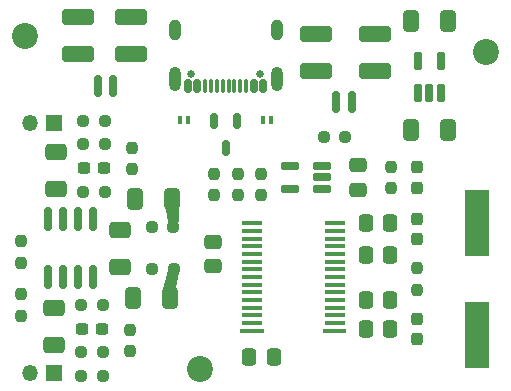
<source format=gts>
%TF.GenerationSoftware,KiCad,Pcbnew,8.0.4*%
%TF.CreationDate,2024-10-06T13:03:41-05:00*%
%TF.ProjectId,BinauralMic,42696e61-7572-4616-9c4d-69632e6b6963,rev?*%
%TF.SameCoordinates,Original*%
%TF.FileFunction,Soldermask,Top*%
%TF.FilePolarity,Negative*%
%FSLAX46Y46*%
G04 Gerber Fmt 4.6, Leading zero omitted, Abs format (unit mm)*
G04 Created by KiCad (PCBNEW 8.0.4) date 2024-10-06 13:03:41*
%MOMM*%
%LPD*%
G01*
G04 APERTURE LIST*
G04 Aperture macros list*
%AMRoundRect*
0 Rectangle with rounded corners*
0 $1 Rounding radius*
0 $2 $3 $4 $5 $6 $7 $8 $9 X,Y pos of 4 corners*
0 Add a 4 corners polygon primitive as box body*
4,1,4,$2,$3,$4,$5,$6,$7,$8,$9,$2,$3,0*
0 Add four circle primitives for the rounded corners*
1,1,$1+$1,$2,$3*
1,1,$1+$1,$4,$5*
1,1,$1+$1,$6,$7*
1,1,$1+$1,$8,$9*
0 Add four rect primitives between the rounded corners*
20,1,$1+$1,$2,$3,$4,$5,0*
20,1,$1+$1,$4,$5,$6,$7,0*
20,1,$1+$1,$6,$7,$8,$9,0*
20,1,$1+$1,$8,$9,$2,$3,0*%
G04 Aperture macros list end*
%ADD10R,1.350000X1.350000*%
%ADD11O,1.350000X1.350000*%
%ADD12C,2.200000*%
%ADD13R,2.100000X5.600000*%
%ADD14RoundRect,0.250000X-0.412500X-0.650000X0.412500X-0.650000X0.412500X0.650000X-0.412500X0.650000X0*%
%ADD15RoundRect,0.250000X0.337500X0.475000X-0.337500X0.475000X-0.337500X-0.475000X0.337500X-0.475000X0*%
%ADD16RoundRect,0.237500X-0.300000X-0.237500X0.300000X-0.237500X0.300000X0.237500X-0.300000X0.237500X0*%
%ADD17RoundRect,0.237500X-0.237500X0.250000X-0.237500X-0.250000X0.237500X-0.250000X0.237500X0.250000X0*%
%ADD18RoundRect,0.237500X-0.250000X-0.237500X0.250000X-0.237500X0.250000X0.237500X-0.250000X0.237500X0*%
%ADD19RoundRect,0.237500X0.237500X-0.250000X0.237500X0.250000X-0.237500X0.250000X-0.237500X-0.250000X0*%
%ADD20RoundRect,0.250000X1.100000X-0.412500X1.100000X0.412500X-1.100000X0.412500X-1.100000X-0.412500X0*%
%ADD21RoundRect,0.162500X0.617500X0.162500X-0.617500X0.162500X-0.617500X-0.162500X0.617500X-0.162500X0*%
%ADD22RoundRect,0.237500X0.250000X0.237500X-0.250000X0.237500X-0.250000X-0.237500X0.250000X-0.237500X0*%
%ADD23RoundRect,0.150000X-0.150000X0.825000X-0.150000X-0.825000X0.150000X-0.825000X0.150000X0.825000X0*%
%ADD24RoundRect,0.237500X-0.237500X0.300000X-0.237500X-0.300000X0.237500X-0.300000X0.237500X0.300000X0*%
%ADD25RoundRect,0.150000X0.150000X0.750000X-0.150000X0.750000X-0.150000X-0.750000X0.150000X-0.750000X0*%
%ADD26RoundRect,0.250000X0.650000X-0.412500X0.650000X0.412500X-0.650000X0.412500X-0.650000X-0.412500X0*%
%ADD27RoundRect,0.250000X-0.475000X0.337500X-0.475000X-0.337500X0.475000X-0.337500X0.475000X0.337500X0*%
%ADD28RoundRect,0.237500X-0.237500X0.287500X-0.237500X-0.287500X0.237500X-0.287500X0.237500X0.287500X0*%
%ADD29RoundRect,0.250000X-0.650000X0.412500X-0.650000X-0.412500X0.650000X-0.412500X0.650000X0.412500X0*%
%ADD30RoundRect,0.237500X0.237500X-0.300000X0.237500X0.300000X-0.237500X0.300000X-0.237500X-0.300000X0*%
%ADD31RoundRect,0.162500X0.162500X-0.617500X0.162500X0.617500X-0.162500X0.617500X-0.162500X-0.617500X0*%
%ADD32RoundRect,0.150000X-0.150000X-0.750000X0.150000X-0.750000X0.150000X0.750000X-0.150000X0.750000X0*%
%ADD33RoundRect,0.050000X-0.150000X-0.300000X0.150000X-0.300000X0.150000X0.300000X-0.150000X0.300000X0*%
%ADD34RoundRect,0.250000X-0.337500X-0.475000X0.337500X-0.475000X0.337500X0.475000X-0.337500X0.475000X0*%
%ADD35RoundRect,0.050000X0.150000X0.300000X-0.150000X0.300000X-0.150000X-0.300000X0.150000X-0.300000X0*%
%ADD36C,0.650000*%
%ADD37RoundRect,0.150000X0.150000X0.425000X-0.150000X0.425000X-0.150000X-0.425000X0.150000X-0.425000X0*%
%ADD38RoundRect,0.075000X0.075000X0.500000X-0.075000X0.500000X-0.075000X-0.500000X0.075000X-0.500000X0*%
%ADD39O,1.000000X2.100000*%
%ADD40O,1.000000X1.800000*%
%ADD41R,1.800000X0.450000*%
%ADD42RoundRect,0.150000X-0.150000X0.512500X-0.150000X-0.512500X0.150000X-0.512500X0.150000X0.512500X0*%
G04 APERTURE END LIST*
D10*
%TO.C,J4*%
X126037500Y-61600000D03*
D11*
X124037499Y-61600000D03*
%TD*%
D12*
%TO.C,REF\u002A\u002A*%
X123600000Y-54200000D03*
%TD*%
D13*
%TO.C,Y1*%
X161815981Y-70059545D03*
X161815981Y-79559545D03*
%TD*%
D14*
%TO.C,C4*%
X156253481Y-52959545D03*
X159378481Y-52959545D03*
%TD*%
D15*
%TO.C,C19*%
X144637500Y-81400000D03*
X142562500Y-81400000D03*
%TD*%
D16*
%TO.C,C7*%
X128574999Y-65400000D03*
X130300001Y-65400000D03*
%TD*%
D17*
%TO.C,R18*%
X154600000Y-65287500D03*
X154600000Y-67112500D03*
%TD*%
D18*
%TO.C,R17*%
X148887500Y-62800000D03*
X150712500Y-62800000D03*
%TD*%
D19*
%TO.C,R14*%
X132437500Y-80912500D03*
X132437500Y-79087500D03*
%TD*%
D17*
%TO.C,R20*%
X139600000Y-65887500D03*
X139600000Y-67712500D03*
%TD*%
D20*
%TO.C,C6*%
X128100000Y-55762502D03*
X128100000Y-52637502D03*
%TD*%
D17*
%TO.C,R7*%
X132637500Y-63687500D03*
X132637500Y-65512500D03*
%TD*%
D18*
%TO.C,R11*%
X128325000Y-81000000D03*
X130150000Y-81000000D03*
%TD*%
D21*
%TO.C,U3*%
X148750000Y-67150000D03*
X148750000Y-66200000D03*
X148750000Y-65250000D03*
X146050000Y-65250000D03*
X146050000Y-67150000D03*
%TD*%
D10*
%TO.C,J3*%
X126037500Y-82800000D03*
D11*
X124037499Y-82800000D03*
%TD*%
D14*
%TO.C,C15*%
X132712500Y-76400000D03*
X135837500Y-76400000D03*
%TD*%
D17*
%TO.C,R19*%
X141600000Y-65887500D03*
X141600000Y-67712500D03*
%TD*%
D20*
%TO.C,C1*%
X148200000Y-57162500D03*
X148200000Y-54037500D03*
%TD*%
D22*
%TO.C,R5*%
X130350000Y-61400000D03*
X128525000Y-61400000D03*
%TD*%
D23*
%TO.C,U2*%
X129342500Y-69687498D03*
X128072500Y-69687498D03*
X126802500Y-69687498D03*
X125532500Y-69687498D03*
X125532500Y-74637498D03*
X126802500Y-74637498D03*
X128072500Y-74637498D03*
X129342500Y-74637498D03*
%TD*%
D24*
%TO.C,C22*%
X156815981Y-78197043D03*
X156815981Y-79922045D03*
%TD*%
D18*
%TO.C,R4*%
X128525000Y-63400000D03*
X130350000Y-63400000D03*
%TD*%
D12*
%TO.C,REF\u002A\u002A*%
X162600000Y-55600000D03*
%TD*%
D25*
%TO.C,L2*%
X131075000Y-58450003D03*
X129725000Y-58450003D03*
%TD*%
D26*
%TO.C,C11*%
X131637500Y-73762500D03*
X131637500Y-70637500D03*
%TD*%
D12*
%TO.C,REF\u002A\u002A*%
X138400000Y-82400000D03*
%TD*%
D22*
%TO.C,R12*%
X130150000Y-83000000D03*
X128325000Y-83000000D03*
%TD*%
D19*
%TO.C,R16*%
X143600000Y-67712500D03*
X143600000Y-65887500D03*
%TD*%
D27*
%TO.C,C16*%
X151800000Y-65162500D03*
X151800000Y-67237500D03*
%TD*%
D28*
%TO.C,D4*%
X156800000Y-65325001D03*
X156800000Y-67074999D03*
%TD*%
D20*
%TO.C,C5*%
X132600000Y-55762500D03*
X132600000Y-52637500D03*
%TD*%
D29*
%TO.C,C8*%
X126237500Y-64037500D03*
X126237500Y-67162500D03*
%TD*%
D14*
%TO.C,C9*%
X132875000Y-68000000D03*
X136000000Y-68000000D03*
%TD*%
D26*
%TO.C,C14*%
X126037500Y-80362500D03*
X126037500Y-77237500D03*
%TD*%
D30*
%TO.C,C21*%
X156815982Y-71422047D03*
X156815982Y-69697045D03*
%TD*%
D31*
%TO.C,U1*%
X156865981Y-59059545D03*
X157815981Y-59059545D03*
X158765981Y-59059545D03*
X158765981Y-56359545D03*
X156865981Y-56359545D03*
%TD*%
D18*
%TO.C,R13*%
X128325000Y-77000000D03*
X130150000Y-77000000D03*
%TD*%
D22*
%TO.C,R8*%
X136150000Y-70400000D03*
X134325000Y-70400000D03*
%TD*%
D20*
%TO.C,C2*%
X153200000Y-57162500D03*
X153200000Y-54037500D03*
%TD*%
D32*
%TO.C,L1*%
X149925000Y-59800000D03*
X151275000Y-59800000D03*
%TD*%
D33*
%TO.C,D5*%
X136715983Y-61309546D03*
X137415981Y-61309546D03*
%TD*%
D16*
%TO.C,C13*%
X128374999Y-79000000D03*
X130100001Y-79000000D03*
%TD*%
D34*
%TO.C,C24*%
X152455982Y-72809545D03*
X154530982Y-72809545D03*
%TD*%
%TO.C,C23*%
X152455983Y-79059546D03*
X154530983Y-79059546D03*
%TD*%
D14*
%TO.C,C3*%
X156253481Y-62209545D03*
X159378481Y-62209545D03*
%TD*%
D34*
%TO.C,C17*%
X152455982Y-70059546D03*
X154530982Y-70059546D03*
%TD*%
D22*
%TO.C,R15*%
X136187500Y-74000000D03*
X134362500Y-74000000D03*
%TD*%
D17*
%TO.C,R10*%
X123250000Y-76087500D03*
X123250000Y-77912500D03*
%TD*%
D35*
%TO.C,D2*%
X144415980Y-61309546D03*
X143715982Y-61309546D03*
%TD*%
D36*
%TO.C,J2*%
X143455981Y-57414546D03*
X137675981Y-57414546D03*
D37*
X143765981Y-58489546D03*
X142965981Y-58489546D03*
D38*
X141815981Y-58489545D03*
X140815981Y-58489546D03*
X140315981Y-58489546D03*
X139315981Y-58489545D03*
D37*
X138165981Y-58489546D03*
X137365981Y-58489546D03*
X137365981Y-58489546D03*
X138165981Y-58489546D03*
D38*
X138815981Y-58489546D03*
X139815981Y-58489546D03*
X141315981Y-58489546D03*
X142315981Y-58489546D03*
D37*
X142965981Y-58489546D03*
X143765981Y-58489546D03*
D39*
X144885981Y-57914546D03*
D40*
X144885981Y-53734546D03*
D39*
X136245981Y-57914546D03*
D40*
X136245981Y-53734546D03*
%TD*%
D34*
%TO.C,C18*%
X152455980Y-76559546D03*
X154530980Y-76559546D03*
%TD*%
D18*
%TO.C,R6*%
X128525000Y-67400000D03*
X130350000Y-67400000D03*
%TD*%
D41*
%TO.C,IC1*%
X142765982Y-70084546D03*
X142765982Y-70734546D03*
X142765982Y-71384546D03*
X142765982Y-72034546D03*
X142765981Y-72684546D03*
X142765982Y-73334546D03*
X142765982Y-73984546D03*
X142765982Y-74634546D03*
X142765982Y-75284546D03*
X142765981Y-75934546D03*
X142765982Y-76584546D03*
X142765982Y-77234546D03*
X142765982Y-77884546D03*
X142765982Y-78534546D03*
X149865982Y-78534546D03*
X149865982Y-77884546D03*
X149865982Y-77234546D03*
X149865982Y-76584546D03*
X149865983Y-75934546D03*
X149865982Y-75284546D03*
X149865982Y-74634546D03*
X149865982Y-73984546D03*
X149865982Y-73334546D03*
X149865983Y-72684546D03*
X149865982Y-72034546D03*
X149865982Y-71384546D03*
X149865982Y-70734546D03*
X149865982Y-70084546D03*
%TD*%
D27*
%TO.C,C20*%
X139500000Y-71662500D03*
X139500000Y-73737500D03*
%TD*%
D42*
%TO.C,D3*%
X141515980Y-61462500D03*
X139615982Y-61462500D03*
X140565981Y-63737500D03*
%TD*%
D17*
%TO.C,R21*%
X156815981Y-73897045D03*
X156815981Y-75722045D03*
%TD*%
%TO.C,R9*%
X123250000Y-71587500D03*
X123250000Y-73412500D03*
%TD*%
G36*
X143743039Y-79019685D02*
G01*
X143788794Y-79072489D01*
X143800000Y-79124000D01*
X143800000Y-79276000D01*
X143780315Y-79343039D01*
X143727511Y-79388794D01*
X143676000Y-79400000D01*
X141924000Y-79400000D01*
X141856961Y-79380315D01*
X141811206Y-79327511D01*
X141800000Y-79276000D01*
X141800000Y-79124000D01*
X141819685Y-79056961D01*
X141872489Y-79011206D01*
X141924000Y-79000000D01*
X143676000Y-79000000D01*
X143743039Y-79019685D01*
G37*
G36*
X150743039Y-79019685D02*
G01*
X150788794Y-79072489D01*
X150800000Y-79124000D01*
X150800000Y-79276000D01*
X150780315Y-79343039D01*
X150727511Y-79388794D01*
X150676000Y-79400000D01*
X148924000Y-79400000D01*
X148856961Y-79380315D01*
X148811206Y-79327511D01*
X148800000Y-79276000D01*
X148800000Y-79124000D01*
X148819685Y-79056961D01*
X148872489Y-79011206D01*
X148924000Y-79000000D01*
X150676000Y-79000000D01*
X150743039Y-79019685D01*
G37*
G36*
X135920929Y-73694936D02*
G01*
X135946009Y-73709506D01*
X136541262Y-74155947D01*
X136583083Y-74211918D01*
X136589616Y-74272683D01*
X136412836Y-75510145D01*
X136383868Y-75573727D01*
X136325124Y-75611555D01*
X136310467Y-75614922D01*
X135390952Y-75768174D01*
X135321589Y-75759778D01*
X135267776Y-75715215D01*
X135246598Y-75648632D01*
X135250936Y-75613234D01*
X135751978Y-73776079D01*
X135788608Y-73716582D01*
X135851591Y-73686333D01*
X135920929Y-73694936D01*
G37*
G36*
X135573927Y-68428987D02*
G01*
X136496385Y-68582730D01*
X136559277Y-68613168D01*
X136595728Y-68672776D01*
X136600000Y-68705043D01*
X136600000Y-69938000D01*
X136580315Y-70005039D01*
X136550400Y-70037200D01*
X135960509Y-70479618D01*
X135895067Y-70504094D01*
X135826780Y-70489304D01*
X135777330Y-70439943D01*
X135764109Y-70402600D01*
X135431542Y-68573482D01*
X135438917Y-68504002D01*
X135482684Y-68449540D01*
X135548948Y-68427385D01*
X135573927Y-68428987D01*
G37*
M02*

</source>
